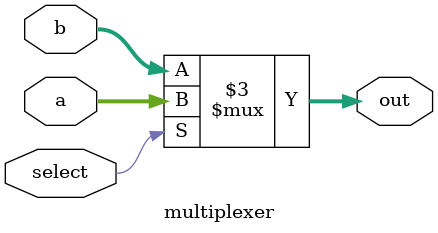
<source format=v>
module multiplexer(select, a, b, out);
	//parameter allows for any input and output bit size
	parameter k = 16;
	input select;
	input [k-1: 0] a, b;
	output [k-1: 0] out;
	reg [k-1: 0] out;
	//combinational logic to choose out to be a or b based on select.
	always @(*) begin
		if (select) begin
			out = a;
		end else begin
			out = b;
		end
	end

endmodule

</source>
